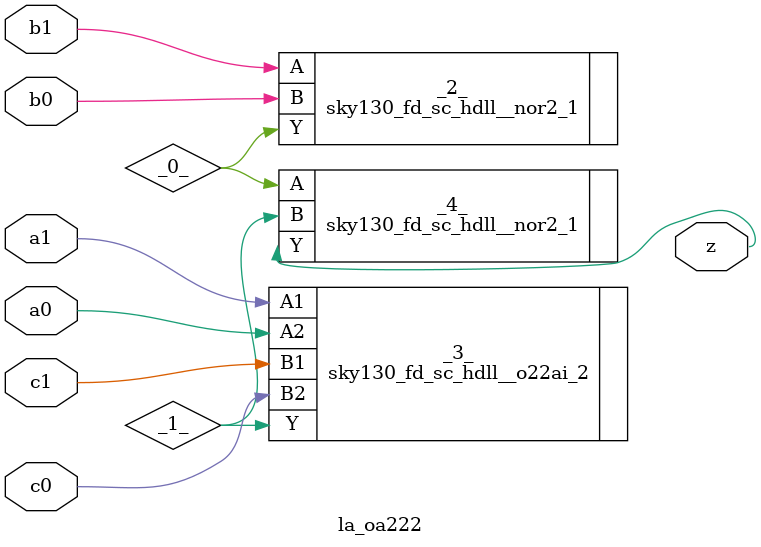
<source format=v>

/* Generated by Yosys 0.37 (git sha1 a5c7f69ed, clang 14.0.0-1ubuntu1.1 -fPIC -Os) */

module la_oa222(a0, a1, b0, b1, c0, c1, z);
  wire _0_;
  wire _1_;
  input a0;
  wire a0;
  input a1;
  wire a1;
  input b0;
  wire b0;
  input b1;
  wire b1;
  input c0;
  wire c0;
  input c1;
  wire c1;
  output z;
  wire z;
  sky130_fd_sc_hdll__nor2_1 _2_ (
    .A(b1),
    .B(b0),
    .Y(_0_)
  );
  sky130_fd_sc_hdll__o22ai_2 _3_ (
    .A1(a1),
    .A2(a0),
    .B1(c1),
    .B2(c0),
    .Y(_1_)
  );
  sky130_fd_sc_hdll__nor2_1 _4_ (
    .A(_0_),
    .B(_1_),
    .Y(z)
  );
endmodule

</source>
